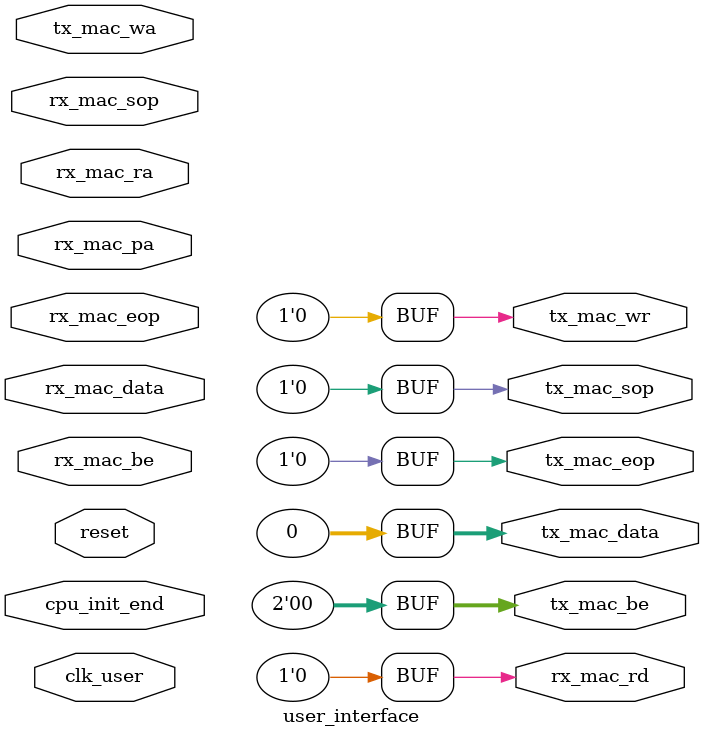
<source format=v>
module user_interface(
    input			reset					,
    input			clk_user				,
    input           cpu_init_end            ,
                    //user inputerface 
    input			rx_mac_ra				,
    output			rx_mac_rd				,
    input	[31:0]	rx_mac_data				,
    input	[1:0]	rx_mac_be				,
    input			rx_mac_pa				,
    input			rx_mac_sop				,
    input			rx_mac_eop				,
                    //user inputerface 
    input			tx_mac_wa	        	,
    output			tx_mac_wr	        	,
    output	[31:0]	tx_mac_data	        	,
    output 	[1:0]	tx_mac_be				,//big endian
    output			tx_mac_sop	        	,
    output			tx_mac_eop				
);

assign rx_mac_rd    = 0;

assign tx_mac_wr    = 0;
assign tx_mac_data  = 0;
assign tx_mac_be    = 0;
assign tx_mac_sop   = 0;
assign tx_mac_eop   = 0;

endmodule
</source>
